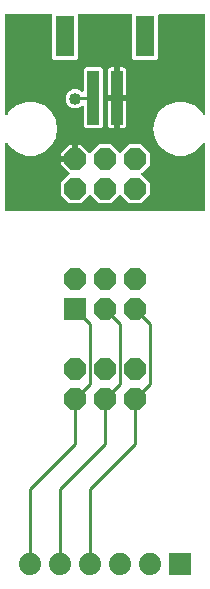
<source format=gbr>
G04 EAGLE Gerber RS-274X export*
G75*
%MOMM*%
%FSLAX34Y34*%
%LPD*%
%INTop Copper*%
%IPPOS*%
%AMOC8*
5,1,8,0,0,1.08239X$1,22.5*%
G01*
%ADD10P,1.979475X8X22.500000*%
%ADD11R,1.879600X1.879600*%
%ADD12P,2.034460X8X22.500000*%
%ADD13C,1.879600*%
%ADD14R,1.000000X4.600000*%
%ADD15R,1.600000X3.400000*%
%ADD16C,0.254000*%
%ADD17C,1.016000*%

G36*
X172584Y336820D02*
X172584Y336820D01*
X172703Y336827D01*
X172741Y336840D01*
X172782Y336845D01*
X172892Y336888D01*
X173005Y336925D01*
X173040Y336947D01*
X173077Y336962D01*
X173173Y337031D01*
X173274Y337095D01*
X173302Y337125D01*
X173335Y337148D01*
X173411Y337240D01*
X173492Y337327D01*
X173512Y337362D01*
X173537Y337393D01*
X173588Y337501D01*
X173646Y337605D01*
X173656Y337645D01*
X173673Y337681D01*
X173695Y337798D01*
X173725Y337913D01*
X173729Y337973D01*
X173733Y337993D01*
X173731Y338014D01*
X173735Y338074D01*
X173735Y393403D01*
X173717Y393548D01*
X173702Y393693D01*
X173697Y393706D01*
X173695Y393719D01*
X173642Y393854D01*
X173591Y393991D01*
X173583Y394002D01*
X173578Y394015D01*
X173493Y394132D01*
X173410Y394252D01*
X173399Y394261D01*
X173392Y394272D01*
X173280Y394365D01*
X173169Y394460D01*
X173157Y394466D01*
X173147Y394475D01*
X173015Y394537D01*
X172884Y394602D01*
X172871Y394605D01*
X172859Y394610D01*
X172717Y394638D01*
X172573Y394668D01*
X172560Y394668D01*
X172547Y394670D01*
X172402Y394661D01*
X172256Y394655D01*
X172242Y394651D01*
X172229Y394650D01*
X172091Y394606D01*
X171951Y394563D01*
X171939Y394556D01*
X171927Y394552D01*
X171804Y394475D01*
X171679Y394399D01*
X171669Y394389D01*
X171658Y394382D01*
X171558Y394276D01*
X171456Y394172D01*
X171446Y394157D01*
X171440Y394151D01*
X171432Y394136D01*
X171367Y394038D01*
X169985Y391645D01*
X163878Y386520D01*
X156386Y383793D01*
X148414Y383793D01*
X140922Y386520D01*
X134815Y391644D01*
X130829Y398549D01*
X129445Y406400D01*
X130829Y414251D01*
X134815Y421155D01*
X140922Y426280D01*
X148414Y429007D01*
X156386Y429007D01*
X163878Y426280D01*
X169985Y421156D01*
X171367Y418762D01*
X171455Y418646D01*
X171540Y418528D01*
X171551Y418519D01*
X171559Y418509D01*
X171673Y418418D01*
X171785Y418325D01*
X171798Y418319D01*
X171808Y418311D01*
X171942Y418251D01*
X172073Y418190D01*
X172086Y418187D01*
X172099Y418182D01*
X172243Y418157D01*
X172386Y418130D01*
X172399Y418131D01*
X172412Y418128D01*
X172558Y418141D01*
X172703Y418150D01*
X172716Y418154D01*
X172729Y418155D01*
X172867Y418203D01*
X173005Y418248D01*
X173017Y418255D01*
X173030Y418259D01*
X173151Y418340D01*
X173274Y418418D01*
X173283Y418428D01*
X173295Y418435D01*
X173392Y418543D01*
X173492Y418649D01*
X173499Y418661D01*
X173508Y418671D01*
X173575Y418801D01*
X173646Y418928D01*
X173649Y418941D01*
X173655Y418953D01*
X173689Y419095D01*
X173725Y419236D01*
X173726Y419254D01*
X173728Y419263D01*
X173728Y419280D01*
X173735Y419397D01*
X173735Y502666D01*
X173720Y502784D01*
X173713Y502903D01*
X173700Y502941D01*
X173695Y502982D01*
X173652Y503092D01*
X173615Y503205D01*
X173593Y503240D01*
X173578Y503277D01*
X173509Y503373D01*
X173445Y503474D01*
X173415Y503502D01*
X173392Y503535D01*
X173300Y503611D01*
X173213Y503692D01*
X173178Y503712D01*
X173147Y503737D01*
X173039Y503788D01*
X172935Y503846D01*
X172895Y503856D01*
X172859Y503873D01*
X172742Y503895D01*
X172627Y503925D01*
X172567Y503929D01*
X172547Y503933D01*
X172526Y503931D01*
X172466Y503935D01*
X135218Y503935D01*
X135100Y503920D01*
X134981Y503913D01*
X134943Y503900D01*
X134902Y503895D01*
X134792Y503852D01*
X134679Y503815D01*
X134644Y503793D01*
X134607Y503778D01*
X134511Y503709D01*
X134410Y503645D01*
X134382Y503615D01*
X134349Y503592D01*
X134273Y503500D01*
X134192Y503413D01*
X134172Y503378D01*
X134147Y503347D01*
X134096Y503239D01*
X134038Y503135D01*
X134028Y503095D01*
X134011Y503059D01*
X133989Y502942D01*
X133959Y502827D01*
X133955Y502767D01*
X133951Y502747D01*
X133953Y502726D01*
X133949Y502666D01*
X133949Y466637D01*
X132163Y464851D01*
X113637Y464851D01*
X111851Y466637D01*
X111851Y502666D01*
X111836Y502784D01*
X111829Y502903D01*
X111816Y502941D01*
X111811Y502982D01*
X111768Y503092D01*
X111731Y503205D01*
X111709Y503240D01*
X111694Y503277D01*
X111625Y503373D01*
X111561Y503474D01*
X111531Y503502D01*
X111508Y503535D01*
X111416Y503611D01*
X111329Y503692D01*
X111294Y503712D01*
X111263Y503737D01*
X111155Y503788D01*
X111051Y503846D01*
X111011Y503856D01*
X110975Y503873D01*
X110858Y503895D01*
X110743Y503925D01*
X110683Y503929D01*
X110663Y503933D01*
X110642Y503931D01*
X110582Y503935D01*
X67218Y503935D01*
X67100Y503920D01*
X66981Y503913D01*
X66943Y503900D01*
X66902Y503895D01*
X66792Y503852D01*
X66679Y503815D01*
X66644Y503793D01*
X66607Y503778D01*
X66511Y503709D01*
X66410Y503645D01*
X66382Y503615D01*
X66349Y503592D01*
X66273Y503500D01*
X66192Y503413D01*
X66172Y503378D01*
X66147Y503347D01*
X66096Y503239D01*
X66038Y503135D01*
X66028Y503095D01*
X66011Y503059D01*
X65989Y502942D01*
X65959Y502827D01*
X65955Y502767D01*
X65951Y502747D01*
X65953Y502726D01*
X65949Y502666D01*
X65949Y466637D01*
X64163Y464851D01*
X45637Y464851D01*
X43851Y466637D01*
X43851Y502666D01*
X43836Y502784D01*
X43829Y502903D01*
X43816Y502941D01*
X43811Y502982D01*
X43768Y503092D01*
X43731Y503205D01*
X43709Y503240D01*
X43694Y503277D01*
X43625Y503373D01*
X43561Y503474D01*
X43531Y503502D01*
X43508Y503535D01*
X43416Y503611D01*
X43329Y503692D01*
X43294Y503712D01*
X43263Y503737D01*
X43155Y503788D01*
X43051Y503846D01*
X43011Y503856D01*
X42975Y503873D01*
X42858Y503895D01*
X42743Y503925D01*
X42683Y503929D01*
X42663Y503933D01*
X42642Y503931D01*
X42582Y503935D01*
X5334Y503935D01*
X5216Y503920D01*
X5097Y503913D01*
X5059Y503900D01*
X5018Y503895D01*
X4908Y503852D01*
X4795Y503815D01*
X4760Y503793D01*
X4723Y503778D01*
X4627Y503709D01*
X4526Y503645D01*
X4498Y503615D01*
X4465Y503592D01*
X4389Y503500D01*
X4308Y503413D01*
X4288Y503378D01*
X4263Y503347D01*
X4212Y503239D01*
X4154Y503135D01*
X4144Y503095D01*
X4127Y503059D01*
X4105Y502942D01*
X4075Y502827D01*
X4071Y502767D01*
X4067Y502747D01*
X4069Y502726D01*
X4065Y502666D01*
X4065Y419397D01*
X4083Y419252D01*
X4098Y419107D01*
X4103Y419094D01*
X4105Y419081D01*
X4158Y418946D01*
X4209Y418809D01*
X4217Y418798D01*
X4222Y418785D01*
X4307Y418668D01*
X4390Y418548D01*
X4401Y418539D01*
X4408Y418528D01*
X4521Y418435D01*
X4631Y418340D01*
X4643Y418334D01*
X4653Y418325D01*
X4785Y418263D01*
X4916Y418198D01*
X4929Y418195D01*
X4941Y418190D01*
X5083Y418162D01*
X5227Y418132D01*
X5240Y418132D01*
X5253Y418130D01*
X5398Y418139D01*
X5544Y418145D01*
X5558Y418149D01*
X5571Y418150D01*
X5709Y418194D01*
X5849Y418237D01*
X5861Y418244D01*
X5873Y418248D01*
X5996Y418325D01*
X6121Y418401D01*
X6131Y418411D01*
X6142Y418418D01*
X6242Y418524D01*
X6344Y418628D01*
X6354Y418643D01*
X6360Y418649D01*
X6368Y418664D01*
X6433Y418762D01*
X7815Y421155D01*
X13922Y426280D01*
X21414Y429007D01*
X29386Y429007D01*
X36878Y426280D01*
X42985Y421156D01*
X46971Y414251D01*
X48355Y406400D01*
X46971Y398549D01*
X42985Y391645D01*
X36878Y386520D01*
X29386Y383793D01*
X21414Y383793D01*
X13922Y386520D01*
X7815Y391644D01*
X6433Y394038D01*
X6345Y394154D01*
X6260Y394272D01*
X6249Y394281D01*
X6241Y394291D01*
X6127Y394381D01*
X6015Y394475D01*
X6002Y394481D01*
X5992Y394489D01*
X5858Y394549D01*
X5727Y394610D01*
X5714Y394613D01*
X5701Y394618D01*
X5557Y394643D01*
X5414Y394670D01*
X5401Y394669D01*
X5388Y394672D01*
X5242Y394659D01*
X5097Y394650D01*
X5084Y394646D01*
X5071Y394645D01*
X4933Y394597D01*
X4795Y394552D01*
X4783Y394545D01*
X4770Y394541D01*
X4649Y394460D01*
X4526Y394382D01*
X4517Y394372D01*
X4505Y394365D01*
X4408Y394257D01*
X4308Y394151D01*
X4301Y394139D01*
X4292Y394129D01*
X4225Y393999D01*
X4154Y393872D01*
X4151Y393859D01*
X4145Y393847D01*
X4111Y393705D01*
X4075Y393564D01*
X4074Y393546D01*
X4072Y393537D01*
X4072Y393520D01*
X4065Y393403D01*
X4065Y338074D01*
X4080Y337956D01*
X4087Y337837D01*
X4100Y337799D01*
X4105Y337758D01*
X4148Y337648D01*
X4185Y337535D01*
X4207Y337500D01*
X4222Y337463D01*
X4291Y337367D01*
X4355Y337266D01*
X4385Y337238D01*
X4408Y337205D01*
X4500Y337129D01*
X4587Y337048D01*
X4622Y337028D01*
X4653Y337003D01*
X4761Y336952D01*
X4865Y336894D01*
X4905Y336884D01*
X4941Y336867D01*
X5058Y336845D01*
X5173Y336815D01*
X5233Y336811D01*
X5253Y336807D01*
X5274Y336809D01*
X5334Y336805D01*
X172466Y336805D01*
X172584Y336820D01*
G37*
%LPC*%
G36*
X58450Y343407D02*
X58450Y343407D01*
X51307Y350550D01*
X51307Y360650D01*
X58419Y367762D01*
X58492Y367856D01*
X58570Y367945D01*
X58589Y367981D01*
X58614Y368013D01*
X58661Y368122D01*
X58715Y368228D01*
X58724Y368268D01*
X58740Y368305D01*
X58759Y368423D01*
X58785Y368539D01*
X58783Y368579D01*
X58790Y368619D01*
X58779Y368738D01*
X58775Y368856D01*
X58764Y368895D01*
X58760Y368936D01*
X58720Y369048D01*
X58687Y369162D01*
X58666Y369197D01*
X58652Y369235D01*
X58585Y369333D01*
X58525Y369436D01*
X58485Y369481D01*
X58474Y369498D01*
X58458Y369511D01*
X58419Y369557D01*
X51815Y376160D01*
X51815Y378461D01*
X62230Y378461D01*
X62348Y378476D01*
X62467Y378483D01*
X62505Y378496D01*
X62545Y378501D01*
X62656Y378544D01*
X62769Y378581D01*
X62803Y378603D01*
X62841Y378618D01*
X62937Y378688D01*
X63038Y378751D01*
X63066Y378781D01*
X63098Y378804D01*
X63174Y378896D01*
X63256Y378983D01*
X63275Y379018D01*
X63301Y379049D01*
X63352Y379157D01*
X63409Y379261D01*
X63420Y379301D01*
X63437Y379337D01*
X63459Y379454D01*
X63489Y379569D01*
X63493Y379630D01*
X63497Y379650D01*
X63495Y379670D01*
X63499Y379730D01*
X63499Y381001D01*
X64770Y381001D01*
X64888Y381016D01*
X65007Y381023D01*
X65045Y381036D01*
X65085Y381041D01*
X65196Y381085D01*
X65309Y381121D01*
X65344Y381143D01*
X65381Y381158D01*
X65477Y381228D01*
X65578Y381291D01*
X65606Y381321D01*
X65639Y381345D01*
X65714Y381436D01*
X65796Y381523D01*
X65816Y381558D01*
X65841Y381590D01*
X65892Y381697D01*
X65950Y381802D01*
X65960Y381841D01*
X65977Y381877D01*
X65999Y381994D01*
X66029Y382109D01*
X66033Y382170D01*
X66037Y382190D01*
X66035Y382210D01*
X66039Y382270D01*
X66039Y392685D01*
X68340Y392685D01*
X74943Y386081D01*
X75037Y386008D01*
X75127Y385930D01*
X75163Y385911D01*
X75195Y385886D01*
X75304Y385839D01*
X75410Y385785D01*
X75449Y385776D01*
X75486Y385760D01*
X75604Y385741D01*
X75720Y385715D01*
X75760Y385717D01*
X75801Y385710D01*
X75919Y385721D01*
X76038Y385725D01*
X76077Y385736D01*
X76117Y385740D01*
X76229Y385780D01*
X76344Y385813D01*
X76378Y385834D01*
X76416Y385848D01*
X76515Y385915D01*
X76617Y385975D01*
X76663Y386015D01*
X76680Y386026D01*
X76693Y386042D01*
X76738Y386081D01*
X83850Y393193D01*
X93950Y393193D01*
X100703Y386441D01*
X100797Y386368D01*
X100886Y386289D01*
X100922Y386271D01*
X100954Y386246D01*
X101063Y386198D01*
X101169Y386144D01*
X101208Y386135D01*
X101246Y386119D01*
X101363Y386101D01*
X101479Y386075D01*
X101520Y386076D01*
X101560Y386069D01*
X101678Y386081D01*
X101797Y386084D01*
X101836Y386096D01*
X101876Y386099D01*
X101989Y386140D01*
X102103Y386173D01*
X102138Y386193D01*
X102176Y386207D01*
X102274Y386274D01*
X102377Y386334D01*
X102422Y386374D01*
X102439Y386385D01*
X102452Y386401D01*
X102498Y386441D01*
X109250Y393193D01*
X119350Y393193D01*
X126493Y386050D01*
X126493Y375950D01*
X119741Y369197D01*
X119668Y369103D01*
X119589Y369014D01*
X119571Y368978D01*
X119546Y368946D01*
X119498Y368837D01*
X119444Y368731D01*
X119435Y368692D01*
X119419Y368654D01*
X119401Y368537D01*
X119375Y368421D01*
X119376Y368380D01*
X119369Y368340D01*
X119381Y368222D01*
X119384Y368103D01*
X119396Y368064D01*
X119399Y368024D01*
X119440Y367911D01*
X119473Y367797D01*
X119493Y367762D01*
X119507Y367724D01*
X119574Y367626D01*
X119634Y367523D01*
X119674Y367478D01*
X119685Y367461D01*
X119701Y367448D01*
X119741Y367402D01*
X126493Y360650D01*
X126493Y350550D01*
X119350Y343407D01*
X109250Y343407D01*
X102497Y350159D01*
X102403Y350232D01*
X102314Y350311D01*
X102278Y350329D01*
X102246Y350354D01*
X102137Y350402D01*
X102031Y350456D01*
X101992Y350465D01*
X101954Y350481D01*
X101837Y350499D01*
X101721Y350525D01*
X101680Y350524D01*
X101640Y350531D01*
X101522Y350519D01*
X101403Y350516D01*
X101364Y350504D01*
X101324Y350501D01*
X101211Y350460D01*
X101097Y350427D01*
X101062Y350407D01*
X101024Y350393D01*
X100926Y350326D01*
X100823Y350266D01*
X100778Y350226D01*
X100761Y350215D01*
X100748Y350199D01*
X100702Y350159D01*
X93950Y343407D01*
X83850Y343407D01*
X77097Y350159D01*
X77003Y350232D01*
X76914Y350311D01*
X76878Y350329D01*
X76846Y350354D01*
X76737Y350402D01*
X76631Y350456D01*
X76592Y350465D01*
X76554Y350481D01*
X76437Y350499D01*
X76321Y350525D01*
X76280Y350524D01*
X76240Y350531D01*
X76122Y350519D01*
X76003Y350516D01*
X75964Y350504D01*
X75924Y350501D01*
X75811Y350460D01*
X75697Y350427D01*
X75662Y350407D01*
X75624Y350393D01*
X75526Y350326D01*
X75423Y350266D01*
X75378Y350226D01*
X75361Y350215D01*
X75348Y350199D01*
X75302Y350159D01*
X68550Y343407D01*
X58450Y343407D01*
G37*
%LPD*%
%LPC*%
G36*
X72637Y406851D02*
X72637Y406851D01*
X70851Y408637D01*
X70851Y424591D01*
X70834Y424729D01*
X70821Y424868D01*
X70814Y424887D01*
X70811Y424907D01*
X70760Y425036D01*
X70713Y425167D01*
X70702Y425184D01*
X70694Y425202D01*
X70613Y425315D01*
X70535Y425430D01*
X70519Y425443D01*
X70508Y425460D01*
X70400Y425549D01*
X70296Y425641D01*
X70278Y425650D01*
X70263Y425663D01*
X70137Y425722D01*
X70013Y425785D01*
X69993Y425790D01*
X69975Y425798D01*
X69838Y425824D01*
X69703Y425855D01*
X69682Y425854D01*
X69663Y425858D01*
X69524Y425849D01*
X69385Y425845D01*
X69365Y425839D01*
X69345Y425838D01*
X69213Y425795D01*
X69079Y425757D01*
X69062Y425746D01*
X69043Y425740D01*
X68925Y425666D01*
X68805Y425595D01*
X68784Y425577D01*
X68774Y425570D01*
X68760Y425555D01*
X68685Y425489D01*
X68105Y424909D01*
X65117Y423671D01*
X61883Y423671D01*
X58895Y424909D01*
X56609Y427195D01*
X55371Y430183D01*
X55371Y433417D01*
X56609Y436405D01*
X58895Y438691D01*
X61883Y439929D01*
X65117Y439929D01*
X68105Y438691D01*
X68685Y438111D01*
X68794Y438026D01*
X68901Y437937D01*
X68920Y437929D01*
X68936Y437916D01*
X69064Y437861D01*
X69189Y437802D01*
X69209Y437798D01*
X69228Y437790D01*
X69366Y437768D01*
X69502Y437742D01*
X69522Y437743D01*
X69542Y437740D01*
X69681Y437753D01*
X69819Y437762D01*
X69838Y437768D01*
X69858Y437770D01*
X69989Y437817D01*
X70121Y437860D01*
X70139Y437871D01*
X70158Y437878D01*
X70272Y437955D01*
X70390Y438030D01*
X70404Y438045D01*
X70421Y438056D01*
X70513Y438160D01*
X70608Y438262D01*
X70618Y438279D01*
X70631Y438295D01*
X70694Y438418D01*
X70762Y438540D01*
X70767Y438560D01*
X70776Y438578D01*
X70806Y438714D01*
X70841Y438848D01*
X70843Y438876D01*
X70846Y438888D01*
X70845Y438909D01*
X70851Y439009D01*
X70851Y457163D01*
X72637Y458949D01*
X85163Y458949D01*
X86949Y457163D01*
X86949Y408637D01*
X85163Y406851D01*
X72637Y406851D01*
G37*
%LPD*%
%LPC*%
G36*
X101399Y435399D02*
X101399Y435399D01*
X101399Y458441D01*
X104234Y458441D01*
X104881Y458268D01*
X105460Y457933D01*
X105933Y457460D01*
X106268Y456881D01*
X106441Y456234D01*
X106441Y435399D01*
X101399Y435399D01*
G37*
%LPD*%
%LPC*%
G36*
X101399Y407359D02*
X101399Y407359D01*
X101399Y430401D01*
X106441Y430401D01*
X106441Y409566D01*
X106268Y408919D01*
X105933Y408340D01*
X105460Y407867D01*
X104881Y407532D01*
X104234Y407359D01*
X101399Y407359D01*
G37*
%LPD*%
%LPC*%
G36*
X91359Y435399D02*
X91359Y435399D01*
X91359Y456234D01*
X91532Y456881D01*
X91867Y457460D01*
X92340Y457933D01*
X92919Y458268D01*
X93566Y458441D01*
X96401Y458441D01*
X96401Y435399D01*
X91359Y435399D01*
G37*
%LPD*%
%LPC*%
G36*
X93566Y407359D02*
X93566Y407359D01*
X92919Y407532D01*
X92340Y407867D01*
X91867Y408340D01*
X91532Y408919D01*
X91359Y409566D01*
X91359Y430401D01*
X96401Y430401D01*
X96401Y407359D01*
X93566Y407359D01*
G37*
%LPD*%
%LPC*%
G36*
X51815Y383539D02*
X51815Y383539D01*
X51815Y385840D01*
X58660Y392685D01*
X60961Y392685D01*
X60961Y383539D01*
X51815Y383539D01*
G37*
%LPD*%
D10*
X63500Y177800D03*
X88900Y177800D03*
X114300Y177800D03*
X114300Y203200D03*
X88900Y203200D03*
X63500Y203200D03*
D11*
X63500Y254000D03*
D12*
X63500Y279400D03*
X88900Y254000D03*
X88900Y279400D03*
X114300Y254000D03*
X114300Y279400D03*
D10*
X63500Y355600D03*
X88900Y355600D03*
X114300Y355600D03*
X114300Y381000D03*
X88900Y381000D03*
X63500Y381000D03*
D11*
X152400Y38100D03*
D13*
X127000Y38100D03*
X101600Y38100D03*
X76200Y38100D03*
X50800Y38100D03*
X25400Y38100D03*
D14*
X78900Y432900D03*
X98900Y432900D03*
D15*
X54900Y484900D03*
X122900Y484900D03*
D16*
X63500Y254000D02*
X76200Y241300D01*
X76200Y190500D01*
X63500Y177800D01*
X63500Y139700D01*
X25400Y101600D01*
X25400Y38100D01*
X101600Y241300D02*
X88900Y254000D01*
X101600Y241300D02*
X101600Y190500D01*
X88900Y177800D01*
X88900Y139700D01*
X50800Y101600D01*
X50800Y38100D01*
X127000Y241300D02*
X114300Y254000D01*
X127000Y241300D02*
X127000Y190500D01*
X114300Y177800D01*
X114300Y139700D01*
X76200Y101600D01*
X76200Y38100D01*
X78900Y432900D02*
X64600Y432900D01*
X63500Y431800D01*
D17*
X63500Y431800D03*
M02*

</source>
